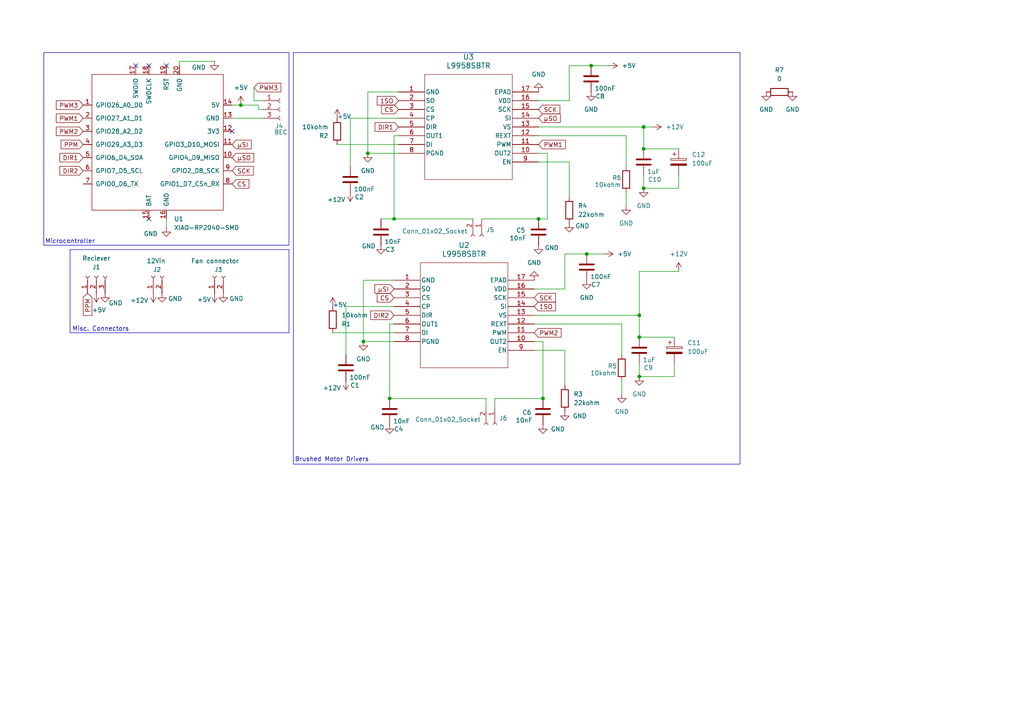
<source format=kicad_sch>
(kicad_sch (version 20250114) (generator "eeschema") (generator_version "9.0")
  (paper "A4")
  (lib_symbols
    (symbol "2024-12-25_01-36-40:L9958SBTR" (pin_names (offset 0.254))
      (property "Reference" "U" (at 20.32 10.16 0))
      (property "Value" "L9958SBTR" (at 20.32 7.62 0))
      (symbol "L9958SBTR_0_1"
        (polyline (pts (xy 7.62 5.08) (xy 7.62 -25.4)) (stroke (width 0.127)))
        (polyline (pts (xy 7.62 -25.4) (xy 33.02 -25.4)) (stroke (width 0.127)))
        (polyline (pts (xy 33.02 5.08) (xy 7.62 5.08)) (stroke (width 0.127)))
        (polyline (pts (xy 33.02 -25.4) (xy 33.02 5.08)) (stroke (width 0.127)))
        (pin power_out line (at 0 0 0) (length 7.62) (name "GND") (number "1"))
        (pin output line (at 0 -2.54 0) (length 7.62) (name "SO") (number "2"))
        (pin unspecified line (at 0 -5.08 0) (length 7.62) (name "CS") (number "3"))
        (pin unspecified line (at 0 -7.62 0) (length 7.62) (name "CP") (number "4"))
        (pin input line (at 0 -10.16 0) (length 7.62) (name "DIR") (number "5"))
        (pin output line (at 0 -12.7 0) (length 7.62) (name "OUT1") (number "6"))
        (pin unspecified line (at 0 -15.24 0) (length 7.62) (name "DI") (number "7"))
        (pin power_out line (at 0 -17.78 0) (length 7.62) (name "PGND") (number "8"))
        (pin power_out line (at 40.64 0 180) (length 7.62) (name "EPAD") (number "17"))
        (pin power_in line (at 40.64 -2.54 180) (length 7.62) (name "VDD") (number "16"))
        (pin unspecified line (at 40.64 -5.08 180) (length 7.62) (name "SCK") (number "15"))
        (pin input line (at 40.64 -7.62 180) (length 7.62) (name "SI") (number "14"))
        (pin power_in line (at 40.64 -10.16 180) (length 7.62) (name "VS") (number "13"))
        (pin unspecified line (at 40.64 -12.7 180) (length 7.62) (name "REXT") (number "12"))
        (pin input line (at 40.64 -15.24 180) (length 7.62) (name "PWM") (number "11"))
        (pin output line (at 40.64 -17.78 180) (length 7.62) (name "OUT2") (number "10"))
        (pin unspecified line (at 40.64 -20.32 180) (length 7.62) (name "EN") (number "9"))
      )
    )
    (symbol "Connector:Conn_01x02_Socket" (pin_names (offset 1.016) (hide yes))
      (property "Reference" "J" (at 0 2.54 0))
      (property "Value" "Conn_01x02_Socket" (at 0 -5.08 0))
      (symbol "Conn_01x02_Socket_1_1"
        (polyline (pts (xy -1.27 0) (xy -0.508 0)) (stroke (width 0.1524)))
        (polyline (pts (xy -1.27 -2.54) (xy -0.508 -2.54)) (stroke (width 0.1524)))
        (arc (start 0 -0.508) (mid -0.5058 0) (end 0 0.508) (stroke (width 0.1524)))
        (arc (start 0 -3.048) (mid -0.5058 -2.54) (end 0 -2.032) (stroke (width 0.1524)))
        (pin passive line (at -5.08 0 0) (length 3.81) (name "Pin_1") (number "1"))
        (pin passive line (at -5.08 -2.54 0) (length 3.81) (name "Pin_2") (number "2"))
      )
    )
    (symbol "Connector:Conn_01x03_Socket" (pin_names (offset 1.016) (hide yes))
      (property "Reference" "J" (at 0 5.08 0))
      (property "Value" "Conn_01x03_Socket" (at 0 -5.08 0))
      (symbol "Conn_01x03_Socket_1_1"
        (polyline (pts (xy -1.27 2.54) (xy -0.508 2.54)) (stroke (width 0.1524)))
        (polyline (pts (xy -1.27 0) (xy -0.508 0)) (stroke (width 0.1524)))
        (polyline (pts (xy -1.27 -2.54) (xy -0.508 -2.54)) (stroke (width 0.1524)))
        (arc (start 0 2.032) (mid -0.5058 2.54) (end 0 3.048) (stroke (width 0.1524)))
        (arc (start 0 -0.508) (mid -0.5058 0) (end 0 0.508) (stroke (width 0.1524)))
        (arc (start 0 -3.048) (mid -0.5058 -2.54) (end 0 -2.032) (stroke (width 0.1524)))
        (pin passive line (at -5.08 2.54 0) (length 3.81) (name "Pin_1") (number "1"))
        (pin passive line (at -5.08 0 0) (length 3.81) (name "Pin_2") (number "2"))
        (pin passive line (at -5.08 -2.54 0) (length 3.81) (name "Pin_3") (number "3"))
      )
    )
    (symbol "Device:C" (pin_numbers (hide yes)) (pin_names (offset 0.254))
      (property "Reference" "C" (at 0.635 2.54 0))
      (property "Value" "C" (at 0.635 -2.54 0))
      (symbol "C_0_1"
        (polyline (pts (xy -2.032 0.762) (xy 2.032 0.762)) (stroke (width 0.508)))
        (polyline (pts (xy -2.032 -0.762) (xy 2.032 -0.762)) (stroke (width 0.508)))
      )
      (symbol "C_1_1"
        (pin passive line (at 0 3.81 270) (length 2.794) (name "~") (number "1"))
        (pin passive line (at 0 -3.81 90) (length 2.794) (name "~") (number "2"))
      )
    )
    (symbol "Device:C_Polarized" (pin_numbers (hide yes)) (pin_names (offset 0.254))
      (property "Reference" "C" (at 0.635 2.54 0))
      (property "Value" "C_Polarized" (at 0.635 -2.54 0))
      (symbol "C_Polarized_0_1"
        (rectangle (start -2.286 0.508) (end 2.286 1.016))
        (polyline (pts (xy -1.778 2.286) (xy -0.762 2.286)))
        (polyline (pts (xy -1.27 2.794) (xy -1.27 1.778)))
        (rectangle (start 2.286 -0.508) (end -2.286 -1.016) (fill (type outline)))
      )
      (symbol "C_Polarized_1_1"
        (pin passive line (at 0 3.81 270) (length 2.794) (name "~") (number "1"))
        (pin passive line (at 0 -3.81 90) (length 2.794) (name "~") (number "2"))
      )
    )
    (symbol "Device:R" (pin_numbers (hide yes)) (pin_names (offset 0))
      (property "Reference" "R" (at 2.032 0 90))
      (property "Value" "R" (at 0 0 90))
      (symbol "R_0_1"
        (rectangle (start -1.016 -2.54) (end 1.016 2.54) (stroke (width 0.254)))
      )
      (symbol "R_1_1"
        (pin passive line (at 0 3.81 270) (length 1.27) (name "~") (number "1"))
        (pin passive line (at 0 -3.81 90) (length 1.27) (name "~") (number "2"))
      )
    )
    (symbol "Seeed_Studio_XIAO_Series:XIAO-RP2040-SMD" (pin_names (offset 1.016))
      (property "Reference" "U" (at -18.542 23.114 0))
      (property "Value" "XIAO-RP2040-SMD" (at -8.382 21.336 0))
      (symbol "XIAO-RP2040-SMD_0_1"
        (rectangle (start 19.05 -19.05) (end -19.05 20.32))
      )
      (symbol "XIAO-RP2040-SMD_1_1"
        (pin passive line (at -21.59 11.43 0) (length 2.54) (name "GPIO26_A0_D0") (number "1"))
        (pin passive line (at -21.59 7.62 0) (length 2.54) (name "GPIO27_A1_D1") (number "2"))
        (pin passive line (at -21.59 3.81 0) (length 2.54) (name "GPIO28_A2_D2") (number "3"))
        (pin passive line (at -21.59 0 0) (length 2.54) (name "GPIO29_A3_D3") (number "4"))
        (pin passive line (at -21.59 -3.81 0) (length 2.54) (name "GPIO6_D4_SDA") (number "5"))
        (pin passive line (at -21.59 -7.62 0) (length 2.54) (name "GPIO7_D5_SCL") (number "6"))
        (pin passive line (at -21.59 -11.43 0) (length 2.54) (name "GPIO0_D6_TX") (number "7"))
        (pin passive line (at -6.35 22.86 270) (length 2.54) (name "SWDIO") (number "17"))
        (pin passive line (at -2.54 22.86 270) (length 2.54) (name "SWDCLK") (number "18"))
        (pin passive line (at -2.54 -21.59 90) (length 2.54) (name "BAT") (number "15"))
        (pin passive line (at 2.54 22.86 270) (length 2.54) (name "RST") (number "19"))
        (pin passive line (at 2.54 -21.59 90) (length 2.54) (name "GND") (number "16"))
        (pin passive line (at 6.35 22.86 270) (length 2.54) (name "GND") (number "20"))
        (pin passive line (at 21.59 11.43 180) (length 2.54) (name "5V") (number "14"))
        (pin passive line (at 21.59 7.62 180) (length 2.54) (name "GND") (number "13"))
        (pin passive line (at 21.59 3.81 180) (length 2.54) (name "3V3") (number "12"))
        (pin passive line (at 21.59 0 180) (length 2.54) (name "GPIO3_D10_MOSI") (number "11"))
        (pin passive line (at 21.59 -3.81 180) (length 2.54) (name "GPIO4_D9_MISO") (number "10"))
        (pin passive line (at 21.59 -7.62 180) (length 2.54) (name "GPIO2_D8_SCK") (number "9"))
        (pin passive line (at 21.59 -11.43 180) (length 2.54) (name "GPIO1_D7_CSn_RX") (number "8"))
      )
    )
    (symbol "power:+12V" (power) (pin_numbers (hide yes)) (pin_names (offset 0) (hide yes))
      (property "Value" "+12V" (at 0 3.556 0))
      (symbol "+12V_0_1"
        (polyline (pts (xy -0.762 1.27) (xy 0 2.54)))
        (polyline (pts (xy 0 2.54) (xy 0.762 1.27)))
        (polyline (pts (xy 0 0) (xy 0 2.54)))
      )
      (symbol "+12V_1_1"
        (pin power_in line (at 0 0 90) (length 0) (name "~") (number "1"))
      )
    )
    (symbol "power:+5V" (power) (pin_numbers (hide yes)) (pin_names (offset 0) (hide yes))
      (property "Value" "+5V" (at 0 3.556 0))
      (symbol "+5V_0_1"
        (polyline (pts (xy -0.762 1.27) (xy 0 2.54)))
        (polyline (pts (xy 0 2.54) (xy 0.762 1.27)))
        (polyline (pts (xy 0 0) (xy 0 2.54)))
      )
      (symbol "+5V_1_1"
        (pin power_in line (at 0 0 90) (length 0) (name "~") (number "1"))
      )
    )
    (symbol "power:GND" (power) (pin_numbers (hide yes)) (pin_names (offset 0) (hide yes))
      (property "Value" "GND" (at 0 -3.81 0))
      (symbol "GND_0_1"
        (polyline (pts (xy 0 0) (xy 0 -1.27) (xy 1.27 -1.27) (xy 0 -2.54) (xy -1.27 -1.27) (xy 0 -1.27)))
      )
      (symbol "GND_1_1"
        (pin power_in line (at 0 0 270) (length 0) (name "~") (number "1"))
      )
    )
  )
  (rectangle (start 20.32 72.39) (end 83.82 96.52))
  (rectangle (start 85.09 15.24) (end 214.63 134.62))
  (rectangle (start 12.7 15.24) (end 83.82 71.12))
  (text "Misc. Connectors" (at 29.21 95.504 0) (effects (font (size 1.27 1.27))))
  (text "Microcontroller" (at 20.32 70.104 0) (effects (font (size 1.27 1.27))))
  (text "Brushed Motor Drivers\n" (at 96.266 133.35 0) (effects (font (size 1.27 1.27))))
  (junction (at 171.45 19.05))
  (junction (at 114.3 63.5))
  (junction (at 186.69 43.18))
  (junction (at 185.42 109.22))
  (junction (at 186.69 54.61))
  (junction (at 106.68 44.45))
  (junction (at 185.42 91.44))
  (junction (at 170.18 73.66))
  (junction (at 113.03 115.57))
  (junction (at 105.41 99.06))
  (junction (at 186.69 36.83))
  (junction (at 156.21 63.5))
  (junction (at 185.42 97.79))
  (junction (at 69.85 30.48))
  (junction (at 157.48 115.57))
  (no_connect (at 67.31 38.1))
  (no_connect (at 43.18 63.5))
  (no_connect (at 43.18 19.05))
  (no_connect (at 39.37 19.05))
  (no_connect (at 48.26 19.05))
  (wire (pts (xy 156.21 36.83) (xy 186.69 36.83)))
  (wire (pts (xy 74.93 31.75) (xy 76.2 31.75)))
  (wire (pts (xy 105.41 99.06) (xy 114.3 99.06)))
  (wire (pts (xy 115.57 26.67) (xy 106.68 26.67)))
  (wire (pts (xy 163.83 73.66) (xy 170.18 73.66)))
  (wire (pts (xy 165.1 46.99) (xy 165.1 57.15)))
  (wire (pts (xy 157.48 115.57) (xy 143.51 115.57)))
  (wire (pts (xy 113.03 115.57) (xy 140.97 115.57)))
  (wire (pts (xy 52.07 19.05) (xy 52.07 17.78)))
  (wire (pts (xy 186.69 43.18) (xy 196.85 43.18)))
  (wire (pts (xy 158.75 44.45) (xy 158.75 63.5)))
  (wire (pts (xy 186.69 36.83) (xy 186.69 43.18)))
  (wire (pts (xy 185.42 109.22) (xy 185.42 105.41)))
  (wire (pts (xy 171.45 19.05) (xy 176.53 19.05)))
  (wire (pts (xy 74.93 30.48) (xy 69.85 30.48)))
  (wire (pts (xy 180.34 102.87) (xy 180.34 93.98)))
  (wire (pts (xy 195.58 105.41) (xy 195.58 109.22)))
  (wire (pts (xy 196.85 50.8) (xy 196.85 54.61)))
  (wire (pts (xy 114.3 39.37) (xy 114.3 63.5)))
  (wire (pts (xy 156.21 39.37) (xy 181.61 39.37)))
  (wire (pts (xy 114.3 63.5) (xy 137.16 63.5)))
  (wire (pts (xy 113.03 93.98) (xy 113.03 115.57)))
  (wire (pts (xy 143.51 115.57) (xy 143.51 118.11)))
  (wire (pts (xy 156.21 29.21) (xy 165.1 29.21)))
  (wire (pts (xy 115.57 39.37) (xy 114.3 39.37)))
  (wire (pts (xy 185.42 91.44) (xy 185.42 97.79)))
  (wire (pts (xy 195.58 109.22) (xy 185.42 109.22)))
  (wire (pts (xy 170.18 73.66) (xy 175.26 73.66)))
  (wire (pts (xy 181.61 55.88) (xy 181.61 59.69)))
  (wire (pts (xy 73.66 29.21) (xy 76.2 29.21)))
  (wire (pts (xy 114.3 88.9) (xy 100.33 88.9)))
  (wire (pts (xy 157.48 99.06) (xy 157.48 115.57)))
  (wire (pts (xy 154.94 99.06) (xy 157.48 99.06)))
  (wire (pts (xy 74.93 31.75) (xy 74.93 30.48)))
  (wire (pts (xy 114.3 81.28) (xy 105.41 81.28)))
  (wire (pts (xy 67.31 34.29) (xy 76.2 34.29)))
  (wire (pts (xy 156.21 46.99) (xy 165.1 46.99)))
  (wire (pts (xy 154.94 101.6) (xy 163.83 101.6)))
  (wire (pts (xy 158.75 63.5) (xy 156.21 63.5)))
  (wire (pts (xy 100.33 88.9) (xy 100.33 102.87)))
  (wire (pts (xy 115.57 34.29) (xy 101.6 34.29)))
  (wire (pts (xy 106.68 44.45) (xy 115.57 44.45)))
  (wire (pts (xy 196.85 54.61) (xy 186.69 54.61)))
  (wire (pts (xy 96.52 96.52) (xy 114.3 96.52)))
  (wire (pts (xy 110.49 63.5) (xy 114.3 63.5)))
  (wire (pts (xy 97.79 41.91) (xy 115.57 41.91)))
  (wire (pts (xy 114.3 93.98) (xy 113.03 93.98)))
  (wire (pts (xy 140.97 115.57) (xy 140.97 118.11)))
  (wire (pts (xy 180.34 110.49) (xy 180.34 114.3)))
  (wire (pts (xy 185.42 78.74) (xy 196.85 78.74)))
  (wire (pts (xy 106.68 26.67) (xy 106.68 44.45)))
  (wire (pts (xy 185.42 78.74) (xy 185.42 91.44)))
  (wire (pts (xy 156.21 44.45) (xy 158.75 44.45)))
  (wire (pts (xy 139.7 63.5) (xy 156.21 63.5)))
  (wire (pts (xy 154.94 91.44) (xy 185.42 91.44)))
  (wire (pts (xy 165.1 29.21) (xy 165.1 19.05)))
  (wire (pts (xy 189.23 36.83) (xy 186.69 36.83)))
  (wire (pts (xy 181.61 48.26) (xy 181.61 39.37)))
  (wire (pts (xy 67.31 30.48) (xy 69.85 30.48)))
  (wire (pts (xy 185.42 97.79) (xy 195.58 97.79)))
  (wire (pts (xy 105.41 81.28) (xy 105.41 99.06)))
  (wire (pts (xy 48.26 63.5) (xy 48.26 66.04)))
  (wire (pts (xy 73.66 25.4) (xy 73.66 29.21)))
  (wire (pts (xy 154.94 93.98) (xy 180.34 93.98)))
  (wire (pts (xy 154.94 83.82) (xy 163.83 83.82)))
  (wire (pts (xy 52.07 17.78) (xy 62.23 17.78)))
  (wire (pts (xy 101.6 34.29) (xy 101.6 48.26)))
  (wire (pts (xy 186.69 54.61) (xy 186.69 50.8)))
  (wire (pts (xy 165.1 19.05) (xy 171.45 19.05)))
  (wire (pts (xy 163.83 101.6) (xy 163.83 111.76)))
  (wire (pts (xy 163.83 83.82) (xy 163.83 73.66)))
  (global_label "PWM1" (shape input) (at 24.13 34.29 180) (property "Intersheetrefs" "${INTERSHEET_REFS}" (effects (hide yes))))
  (global_label "PWM2" (shape input) (at 24.13 38.1 180) (property "Intersheetrefs" "${INTERSHEET_REFS}" (effects (hide yes))))
  (global_label "SCK" (shape input) (at 67.31 49.53 0) (property "Intersheetrefs" "${INTERSHEET_REFS}" (effects (hide yes))))
  (global_label "DIR1" (shape input) (at 24.13 45.72 180) (property "Intersheetrefs" "${INTERSHEET_REFS}" (effects (hide yes))))
  (global_label "DIR2" (shape input) (at 114.3 91.44 180) (property "Intersheetrefs" "${INTERSHEET_REFS}" (effects (hide yes))))
  (global_label "CS" (shape input) (at 67.31 53.34 0) (property "Intersheetrefs" "${INTERSHEET_REFS}" (effects (hide yes))))
  (global_label "PPM" (shape input) (at 24.13 41.91 180) (property "Intersheetrefs" "${INTERSHEET_REFS}" (effects (hide yes))))
  (global_label "CS" (shape input) (at 115.57 31.75 180) (property "Intersheetrefs" "${INTERSHEET_REFS}" (effects (hide yes))))
  (global_label "PPM" (shape input) (at 25.4 85.09 270) (property "Intersheetrefs" "${INTERSHEET_REFS}" (effects (hide yes))))
  (global_label "DIR1" (shape input) (at 115.57 36.83 180) (property "Intersheetrefs" "${INTERSHEET_REFS}" (effects (hide yes))))
  (global_label "PWM1" (shape input) (at 156.21 41.91 0) (property "Intersheetrefs" "${INTERSHEET_REFS}" (effects (hide yes))))
  (global_label "µSI" (shape input) (at 67.31 41.91 0) (property "Intersheetrefs" "${INTERSHEET_REFS}" (effects (hide yes))))
  (global_label "PWM3" (shape input) (at 24.13 30.48 180) (property "Intersheetrefs" "${INTERSHEET_REFS}" (effects (hide yes))))
  (global_label "SCK" (shape input) (at 156.21 31.75 0) (property "Intersheetrefs" "${INTERSHEET_REFS}" (effects (hide yes))))
  (global_label "SCK" (shape input) (at 154.94 86.36 0) (property "Intersheetrefs" "${INTERSHEET_REFS}" (effects (hide yes))))
  (global_label "µSO" (shape input) (at 156.21 34.29 0) (property "Intersheetrefs" "${INTERSHEET_REFS}" (effects (hide yes))))
  (global_label "CS" (shape input) (at 114.3 86.36 180) (property "Intersheetrefs" "${INTERSHEET_REFS}" (effects (hide yes))))
  (global_label "µSI" (shape input) (at 114.3 83.82 180) (property "Intersheetrefs" "${INTERSHEET_REFS}" (effects (hide yes))))
  (global_label "1SO" (shape input) (at 154.94 88.9 0) (property "Intersheetrefs" "${INTERSHEET_REFS}" (effects (hide yes))))
  (global_label "DIR2" (shape input) (at 24.13 49.53 180) (property "Intersheetrefs" "${INTERSHEET_REFS}" (effects (hide yes))))
  (global_label "PWM3" (shape input) (at 73.66 25.4 0) (property "Intersheetrefs" "${INTERSHEET_REFS}" (effects (hide yes))))
  (global_label "µSO" (shape input) (at 67.31 45.72 0) (property "Intersheetrefs" "${INTERSHEET_REFS}" (effects (hide yes))))
  (global_label "PWM2" (shape input) (at 154.94 96.52 0) (property "Intersheetrefs" "${INTERSHEET_REFS}" (effects (hide yes))))
  (global_label "1SO" (shape input) (at 115.57 29.21 180) (property "Intersheetrefs" "${INTERSHEET_REFS}" (effects (hide yes))))
  (symbol (lib_id "Device:C") (at 186.69 46.99 0) (unit 1)
    (property "Reference" "C10" (at 187.96 52.07 0) (effects (justify left)))
    (property "Value" "1uF" (at 187.706 49.784 0) (effects (justify left)))
    (property "Footprint" "Capacitor_SMD:C_0805_2012Metric_Pad1.18x1.45mm_HandSolder" (effects (hide yes)))
    (property "Description" "Unpolarized capacitor" (effects (hide yes)))
  )
  (symbol (lib_id "power:GND") (at 170.18 81.28 0) (unit 1)
    (property "Reference" "#PWR022" (effects (hide yes)))
    (property "Value" "GND" (at 170.18 86.36 0))
    (property "Description" "Power symbol creates a global label with name \"GND\" , ground" (effects (hide yes)))
  )
  (symbol (lib_id "Connector:Conn_01x02_Socket") (at 143.51 123.19 270) (unit 1)
    (property "Reference" "J6" (at 144.78 121.2849 90) (effects (justify left)))
    (property "Value" "Conn_01x02_Socket" (at 120.396 121.666 90) (effects (justify left)))
    (property "Footprint" "Connector_JST:JST_PH_S2B-PH-K_1x02_P2.00mm_Horizontal" (effects (hide yes)))
    (property "Description" "Generic connector, single row, 01x02, script generated" (effects (hide yes)))
  )
  (symbol (lib_id "Device:C") (at 157.48 119.38 180) (unit 1)
    (property "Reference" "C6" (at 154.178 119.634 0) (effects (justify left)))
    (property "Value" "10nF" (at 154.432 121.92 0) (effects (justify left)))
    (property "Footprint" "Capacitor_SMD:C_0805_2012Metric_Pad1.18x1.45mm_HandSolder" (effects (hide yes)))
    (property "Description" "Unpolarized capacitor" (effects (hide yes)))
  )
  (symbol (lib_id "power:+5V") (at 96.52 88.9 0) (unit 1)
    (property "Reference" "#PWR010" (effects (hide yes)))
    (property "Value" "+5V" (at 98.552 88.392 0))
    (property "Description" "Power symbol creates a global label with name \"+5V\"" (effects (hide yes)))
  )
  (symbol (lib_id "power:GND") (at 171.45 26.67 0) (unit 1)
    (property "Reference" "#PWR023" (effects (hide yes)))
    (property "Value" "GND" (at 171.45 31.75 0))
    (property "Description" "Power symbol creates a global label with name \"GND\" , ground" (effects (hide yes)))
  )
  (symbol (lib_id "Device:C") (at 170.18 77.47 0) (unit 1)
    (property "Reference" "C7" (at 171.45 82.55 0) (effects (justify left)))
    (property "Value" "100nF" (at 171.196 80.264 0) (effects (justify left)))
    (property "Footprint" "Capacitor_SMD:C_0805_2012Metric_Pad1.18x1.45mm_HandSolder" (effects (hide yes)))
    (property "Description" "Unpolarized capacitor" (effects (hide yes)))
  )
  (symbol (lib_id "Seeed_Studio_XIAO_Series:XIAO-RP2040-SMD") (at 45.72 41.91 0) (unit 1)
    (property "Reference" "U1" (at 50.4541 63.5 0) (effects (justify left)))
    (property "Value" "XIAO-RP2040-SMD" (at 50.4541 66.04 0) (effects (justify left)))
    (property "Footprint" "footprints:XIAO-RP2040-SMD" (effects (hide yes)))
  )
  (symbol (lib_id "2024-12-25_01-36-40:L9958SBTR") (at 114.3 81.28 0) (unit 1)
    (property "Reference" "U2" (at 134.62 71.12 0) (effects (font (size 1.524 1.524))))
    (property "Value" "L9958SBTR" (at 134.62 73.66 0) (effects (font (size 1.524 1.524))))
    (property "Footprint" "POWERSO16_STM" (effects (hide yes)))
    (property "Datasheet" "L9958SBTR" (effects (hide yes)))
  )
  (symbol (lib_id "power:GND") (at 64.77 85.09 0) (unit 1)
    (property "Reference" "#PWR08" (effects (hide yes)))
    (property "Value" "GND" (at 68.58 86.614 0))
    (property "Description" "Power symbol creates a global label with name \"GND\" , ground" (effects (hide yes)))
  )
  (symbol (lib_id "Connector:Conn_01x03_Socket") (at 81.28 31.75 0) (unit 1)
    (property "Reference" "J4" (at 79.756 36.576 0) (effects (justify left)))
    (property "Value" "BEC" (at 79.502 38.354 0) (effects (justify left)))
    (property "Footprint" "Connector_PinHeader_2.54mm:PinHeader_1x03_P2.54mm_Vertical" (effects (hide yes)))
    (property "Description" "Generic connector, single row, 01x03, script generated" (effects (hide yes)))
  )
  (symbol (lib_id "power:GND") (at 156.21 71.12 0) (unit 1)
    (property "Reference" "#PWR018" (effects (hide yes)))
    (property "Value" "GND" (at 160.02 71.882 0))
    (property "Description" "Power symbol creates a global label with name \"GND\" , ground" (effects (hide yes)))
  )
  (symbol (lib_id "power:GND") (at 113.03 123.19 0) (unit 1)
    (property "Reference" "#PWR017" (effects (hide yes)))
    (property "Value" "GND" (at 109.474 123.952 0))
    (property "Description" "Power symbol creates a global label with name \"GND\" , ground" (effects (hide yes)))
  )
  (symbol (lib_id "power:GND") (at 185.42 109.22 0) (unit 1)
    (property "Reference" "#PWR028" (effects (hide yes)))
    (property "Value" "GND" (at 185.42 114.3 0))
    (property "Description" "Power symbol creates a global label with name \"GND\" , ground" (effects (hide yes)))
  )
  (symbol (lib_id "power:GND") (at 48.26 66.04 0) (unit 1)
    (property "Reference" "#PWR05" (effects (hide yes)))
    (property "Value" "GND" (at 41.656 67.818 0) (effects (justify left)))
    (property "Description" "Power symbol creates a global label with name \"GND\" , ground" (effects (hide yes)))
  )
  (symbol (lib_id "power:+5V") (at 176.53 19.05 270) (unit 1)
    (property "Reference" "#PWR025" (effects (hide yes)))
    (property "Value" "+5V" (at 180.34 19.0499 90) (effects (justify left)))
    (property "Description" "Power symbol creates a global label with name \"+5V\"" (effects (hide yes)))
  )
  (symbol (lib_id "Device:R") (at 96.52 92.71 0) (mirror x) (unit 1)
    (property "Reference" "R1" (at 99.06 93.9801 0) (effects (justify left)))
    (property "Value" "10kohm" (at 99.06 91.4401 0) (effects (justify left)))
    (property "Footprint" "Resistor_SMD:R_0805_2012Metric_Pad1.20x1.40mm_HandSolder" (effects (hide yes)))
    (property "Description" "Resistor" (effects (hide yes)))
  )
  (symbol (lib_id "power:GND") (at 181.61 59.69 0) (unit 1)
    (property "Reference" "#PWR027" (effects (hide yes)))
    (property "Value" "GND" (at 181.61 64.77 0))
    (property "Description" "Power symbol creates a global label with name \"GND\" , ground" (effects (hide yes)))
  )
  (symbol (lib_id "2024-12-25_01-36-40:L9958SBTR") (at 115.57 26.67 0) (unit 1)
    (property "Reference" "U3" (at 135.89 16.51 0) (effects (font (size 1.524 1.524))))
    (property "Value" "L9958SBTR" (at 135.89 19.05 0) (effects (font (size 1.524 1.524))))
    (property "Footprint" "POWERSO16_STM" (effects (hide yes)))
    (property "Datasheet" "L9958SBTR" (effects (hide yes)))
  )
  (symbol (lib_id "power:GND") (at 156.21 26.67 180) (unit 1)
    (property "Reference" "#PWR032" (effects (hide yes)))
    (property "Value" "GND" (at 156.21 21.59 0))
    (property "Description" "Power symbol creates a global label with name \"GND\" , ground" (effects (hide yes)))
  )
  (symbol (lib_id "Device:C") (at 185.42 101.6 0) (unit 1)
    (property "Reference" "C9" (at 186.69 106.68 0) (effects (justify left)))
    (property "Value" "1uF" (at 186.436 104.394 0) (effects (justify left)))
    (property "Footprint" "Capacitor_SMD:C_0805_2012Metric_Pad1.18x1.45mm_HandSolder" (effects (hide yes)))
    (property "Description" "Unpolarized capacitor" (effects (hide yes)))
  )
  (symbol (lib_id "power:+5V") (at 175.26 73.66 270) (unit 1)
    (property "Reference" "#PWR024" (effects (hide yes)))
    (property "Value" "+5V" (at 179.07 73.6599 90) (effects (justify left)))
    (property "Description" "Power symbol creates a global label with name \"+5V\"" (effects (hide yes)))
  )
  (symbol (lib_id "Device:C_Polarized") (at 195.58 101.6 0) (unit 1)
    (property "Reference" "C11" (at 199.39 99.4409 0) (effects (justify left)))
    (property "Value" "100uF" (at 199.39 101.9809 0) (effects (justify left)))
    (property "Footprint" "footprints:CAP_UCD_4X5P8_NCH" (effects (hide yes)))
    (property "Description" "Polarized capacitor" (effects (hide yes)))
  )
  (symbol (lib_id "power:GND") (at 110.49 71.12 0) (unit 1)
    (property "Reference" "#PWR016" (effects (hide yes)))
    (property "Value" "GND" (at 106.934 71.374 0))
    (property "Description" "Power symbol creates a global label with name \"GND\" , ground" (effects (hide yes)))
  )
  (symbol (lib_id "power:GND") (at 62.23 17.78 0) (unit 1)
    (property "Reference" "#PWR06" (effects (hide yes)))
    (property "Value" "GND" (at 55.626 19.558 0) (effects (justify left)))
    (property "Description" "Power symbol creates a global label with name \"GND\" , ground" (effects (hide yes)))
  )
  (symbol (lib_id "Device:R") (at 163.83 115.57 0) (unit 1)
    (property "Reference" "R3" (at 166.37 114.2999 0) (effects (justify left)))
    (property "Value" "22kohm" (at 166.37 116.8399 0) (effects (justify left)))
    (property "Footprint" "Resistor_SMD:R_0805_2012Metric_Pad1.20x1.40mm_HandSolder" (effects (hide yes)))
    (property "Description" "Resistor" (effects (hide yes)))
  )
  (symbol (lib_id "power:+12V") (at 196.85 78.74 0) (unit 1)
    (property "Reference" "#PWR031" (effects (hide yes)))
    (property "Value" "+12V" (at 196.85 73.66 0))
    (property "Description" "Power symbol creates a global label with name \"+12V\"" (effects (hide yes)))
  )
  (symbol (lib_id "power:GND") (at 46.99 85.09 0) (unit 1)
    (property "Reference" "#PWR04" (effects (hide yes)))
    (property "Value" "GND" (at 50.8 86.614 0))
    (property "Description" "Power symbol creates a global label with name \"GND\" , ground" (effects (hide yes)))
  )
  (symbol (lib_id "power:+12V") (at 101.6 55.88 180) (unit 1)
    (property "Reference" "#PWR013" (effects (hide yes)))
    (property "Value" "+12V" (at 97.536 57.912 0))
    (property "Description" "Power symbol creates a global label with name \"+12V\"" (effects (hide yes)))
  )
  (symbol (lib_id "Connector:Conn_01x02_Socket") (at 44.45 80.01 90) (unit 1)
    (property "Reference" "J2" (at 46.736 78.232 90) (effects (justify left)))
    (property "Value" "12Vin" (at 48.006 75.692 90) (effects (justify left)))
    (property "Footprint" "library:2_Wire" (effects (hide yes)))
    (property "Description" "Generic connector, single row, 01x02, script generated" (effects (hide yes)))
  )
  (symbol (lib_id "power:+5V") (at 27.94 85.09 180) (unit 1)
    (property "Reference" "#PWR01" (effects (hide yes)))
    (property "Value" "+5V" (at 28.702 89.916 0))
    (property "Description" "Power symbol creates a global label with name \"+5V\"" (effects (hide yes)))
  )
  (symbol (lib_id "power:+5V") (at 97.79 34.29 0) (unit 1)
    (property "Reference" "#PWR011" (effects (hide yes)))
    (property "Value" "+5V" (at 99.822 33.782 0))
    (property "Description" "Power symbol creates a global label with name \"+5V\"" (effects (hide yes)))
  )
  (symbol (lib_id "power:GND") (at 163.83 119.38 0) (unit 1)
    (property "Reference" "#PWR020" (effects (hide yes)))
    (property "Value" "GND" (at 168.148 120.65 0))
    (property "Description" "Power symbol creates a global label with name \"GND\" , ground" (effects (hide yes)))
  )
  (symbol (lib_id "Device:C") (at 171.45 22.86 0) (unit 1)
    (property "Reference" "C8" (at 172.72 27.94 0) (effects (justify left)))
    (property "Value" "100nF" (at 172.466 25.654 0) (effects (justify left)))
    (property "Footprint" "Capacitor_SMD:C_0805_2012Metric_Pad1.18x1.45mm_HandSolder" (effects (hide yes)))
    (property "Description" "Unpolarized capacitor" (effects (hide yes)))
  )
  (symbol (lib_id "Device:R") (at 97.79 38.1 180) (unit 1)
    (property "Reference" "R2" (at 95.25 39.3701 0) (effects (justify left)))
    (property "Value" "10kohm" (at 95.25 36.8301 0) (effects (justify left)))
    (property "Footprint" "Resistor_SMD:R_0805_2012Metric_Pad1.20x1.40mm_HandSolder" (effects (hide yes)))
    (property "Description" "Resistor" (effects (hide yes)))
  )
  (symbol (lib_id "power:GND") (at 229.87 26.67 0) (unit 1)
    (property "Reference" "#PWR035" (effects (hide yes)))
    (property "Value" "GND" (at 229.87 31.75 0))
    (property "Description" "Power symbol creates a global label with name \"GND\" , ground" (effects (hide yes)))
  )
  (symbol (lib_id "power:GND") (at 30.48 85.09 0) (unit 1)
    (property "Reference" "#PWR02" (effects (hide yes)))
    (property "Value" "GND" (at 33.528 87.884 0))
    (property "Description" "Power symbol creates a global label with name \"GND\" , ground" (effects (hide yes)))
  )
  (symbol (lib_id "Device:R") (at 226.06 26.67 90) (unit 1)
    (property "Reference" "R7" (at 226.06 20.32 90))
    (property "Value" "0" (at 226.06 22.86 90))
    (property "Footprint" "Resistor_THT:R_Axial_DIN0204_L3.6mm_D1.6mm_P5.08mm_Vertical" (effects (hide yes)))
    (property "Description" "Resistor" (effects (hide yes)))
  )
  (symbol (lib_id "power:GND") (at 105.41 99.06 0) (unit 1)
    (property "Reference" "#PWR014" (effects (hide yes)))
    (property "Value" "GND" (at 105.41 104.14 0))
    (property "Description" "Power symbol creates a global label with name \"GND\" , ground" (effects (hide yes)))
  )
  (symbol (lib_id "power:+12V") (at 189.23 36.83 270) (unit 1)
    (property "Reference" "#PWR030" (effects (hide yes)))
    (property "Value" "+12V" (at 193.04 36.8299 90) (effects (justify left)))
    (property "Description" "Power symbol creates a global label with name \"+12V\"" (effects (hide yes)))
  )
  (symbol (lib_id "power:GND") (at 106.68 44.45 0) (unit 1)
    (property "Reference" "#PWR015" (effects (hide yes)))
    (property "Value" "GND" (at 106.68 49.53 0))
    (property "Description" "Power symbol creates a global label with name \"GND\" , ground" (effects (hide yes)))
  )
  (symbol (lib_id "Device:R") (at 181.61 52.07 0) (unit 1)
    (property "Reference" "R6" (at 177.546 51.562 0) (effects (justify left)))
    (property "Value" "10kohm" (at 172.466 53.594 0) (effects (justify left)))
    (property "Footprint" "Resistor_SMD:R_0805_2012Metric_Pad1.20x1.40mm_HandSolder" (effects (hide yes)))
    (property "Description" "Resistor" (effects (hide yes)))
  )
  (symbol (lib_id "power:+5V") (at 69.85 30.48 0) (unit 1)
    (property "Reference" "#PWR09" (effects (hide yes)))
    (property "Value" "+5V" (at 69.85 25.4 0))
    (property "Description" "Power symbol creates a global label with name \"+5V\"" (effects (hide yes)))
  )
  (symbol (lib_id "Connector:Conn_01x02_Socket") (at 62.23 80.01 90) (unit 1)
    (property "Reference" "J3" (at 64.516 78.232 90) (effects (justify left)))
    (property "Value" "Fan connector" (at 69.342 75.692 90) (effects (justify left)))
    (property "Footprint" "Connector_JST:JST_PH_S2B-PH-K_1x02_P2.00mm_Horizontal" (effects (hide yes)))
    (property "Description" "Generic connector, single row, 01x02, script generated" (effects (hide yes)))
  )
  (symbol (lib_id "power:GND") (at 157.48 123.19 0) (unit 1)
    (property "Reference" "#PWR019" (effects (hide yes)))
    (property "Value" "GND" (at 161.798 124.46 0))
    (property "Description" "Power symbol creates a global label with name \"GND\" , ground" (effects (hide yes)))
  )
  (symbol (lib_id "power:+5V") (at 62.23 85.09 180) (unit 1)
    (property "Reference" "#PWR07" (effects (hide yes)))
    (property "Value" "+5V" (at 59.182 86.868 0))
    (property "Description" "Power symbol creates a global label with name \"+5V\"" (effects (hide yes)))
  )
  (symbol (lib_id "power:+12V") (at 44.45 85.09 180) (unit 1)
    (property "Reference" "#PWR03" (effects (hide yes)))
    (property "Value" "+12V" (at 40.386 87.122 0))
    (property "Description" "Power symbol creates a global label with name \"+12V\"" (effects (hide yes)))
  )
  (symbol (lib_id "Device:C") (at 110.49 67.31 0) (unit 1)
    (property "Reference" "C3" (at 111.76 72.39 0) (effects (justify left)))
    (property "Value" "10nF" (at 111.506 70.104 0) (effects (justify left)))
    (property "Footprint" "Capacitor_SMD:C_0805_2012Metric_Pad1.18x1.45mm_HandSolder" (effects (hide yes)))
    (property "Description" "Unpolarized capacitor" (effects (hide yes)))
  )
  (symbol (lib_id "Device:R") (at 165.1 60.96 0) (unit 1)
    (property "Reference" "R4" (at 167.64 59.6899 0) (effects (justify left)))
    (property "Value" "22kohm" (at 167.64 62.2299 0) (effects (justify left)))
    (property "Footprint" "Resistor_SMD:R_0805_2012Metric_Pad1.20x1.40mm_HandSolder" (effects (hide yes)))
    (property "Description" "Resistor" (effects (hide yes)))
  )
  (symbol (lib_id "Device:C") (at 113.03 119.38 0) (unit 1)
    (property "Reference" "C4" (at 114.3 124.46 0) (effects (justify left)))
    (property "Value" "10nF" (at 114.046 122.174 0) (effects (justify left)))
    (property "Footprint" "Capacitor_SMD:C_0805_2012Metric_Pad1.18x1.45mm_HandSolder" (effects (hide yes)))
    (property "Description" "Unpolarized capacitor" (effects (hide yes)))
  )
  (symbol (lib_id "Connector:Conn_01x02_Socket") (at 139.7 68.58 270) (unit 1)
    (property "Reference" "J5" (at 140.97 66.6749 90) (effects (justify left)))
    (property "Value" "Conn_01x02_Socket" (at 116.586 67.056 90) (effects (justify left)))
    (property "Footprint" "Connector_JST:JST_PH_S2B-PH-K_1x02_P2.00mm_Horizontal" (effects (hide yes)))
    (property "Description" "Generic connector, single row, 01x02, script generated" (effects (hide yes)))
  )
  (symbol (lib_id "Connector:Conn_01x03_Socket") (at 27.94 80.01 90) (unit 1)
    (property "Reference" "J1" (at 27.94 77.47 90))
    (property "Value" "Reciever" (at 27.94 74.93 90))
    (property "Footprint" "Connector_PinHeader_2.54mm:PinHeader_1x03_P2.54mm_Vertical" (effects (hide yes)))
    (property "Description" "Generic connector, single row, 01x03, script generated" (effects (hide yes)))
  )
  (symbol (lib_id "power:GND") (at 186.69 54.61 0) (unit 1)
    (property "Reference" "#PWR029" (effects (hide yes)))
    (property "Value" "GND" (at 186.69 59.69 0))
    (property "Description" "Power symbol creates a global label with name \"GND\" , ground" (effects (hide yes)))
  )
  (symbol (lib_id "Device:C") (at 156.21 67.31 180) (unit 1)
    (property "Reference" "C5" (at 152.4 66.802 0) (effects (justify left)))
    (property "Value" "10nF" (at 152.654 69.088 0) (effects (justify left)))
    (property "Footprint" "Capacitor_SMD:C_0805_2012Metric_Pad1.18x1.45mm_HandSolder" (effects (hide yes)))
    (property "Description" "Unpolarized capacitor" (effects (hide yes)))
  )
  (symbol (lib_id "Device:R") (at 180.34 106.68 0) (unit 1)
    (property "Reference" "R5" (at 176.276 106.172 0) (effects (justify left)))
    (property "Value" "10kohm" (at 171.196 108.204 0) (effects (justify left)))
    (property "Footprint" "Resistor_SMD:R_0805_2012Metric_Pad1.20x1.40mm_HandSolder" (effects (hide yes)))
    (property "Description" "Resistor" (effects (hide yes)))
  )
  (symbol (lib_id "power:GND") (at 180.34 114.3 0) (unit 1)
    (property "Reference" "#PWR026" (effects (hide yes)))
    (property "Value" "GND" (at 180.34 119.38 0))
    (property "Description" "Power symbol creates a global label with name \"GND\" , ground" (effects (hide yes)))
  )
  (symbol (lib_id "Device:C") (at 100.33 106.68 0) (unit 1)
    (property "Reference" "C1" (at 101.6 111.76 0) (effects (justify left)))
    (property "Value" "100nF" (at 101.346 109.474 0) (effects (justify left)))
    (property "Footprint" "Capacitor_SMD:C_0805_2012Metric_Pad1.18x1.45mm_HandSolder" (effects (hide yes)))
    (property "Description" "Unpolarized capacitor" (effects (hide yes)))
  )
  (symbol (lib_id "Device:C_Polarized") (at 196.85 46.99 0) (unit 1)
    (property "Reference" "C12" (at 200.66 44.8309 0) (effects (justify left)))
    (property "Value" "100uF" (at 200.66 47.3709 0) (effects (justify left)))
    (property "Footprint" "footprints:CAP_UCD_4X5P8_NCH" (effects (hide yes)))
    (property "Description" "Polarized capacitor" (effects (hide yes)))
  )
  (symbol (lib_id "power:GND") (at 165.1 64.77 0) (unit 1)
    (property "Reference" "#PWR021" (effects (hide yes)))
    (property "Value" "GND" (at 168.91 65.532 0))
    (property "Description" "Power symbol creates a global label with name \"GND\" , ground" (effects (hide yes)))
  )
  (symbol (lib_id "power:GND") (at 154.94 81.28 180) (unit 1)
    (property "Reference" "#PWR033" (effects (hide yes)))
    (property "Value" "GND" (at 154.94 76.2 0))
    (property "Description" "Power symbol creates a global label with name \"GND\" , ground" (effects (hide yes)))
  )
  (symbol (lib_id "power:+12V") (at 100.33 110.49 180) (unit 1)
    (property "Reference" "#PWR012" (effects (hide yes)))
    (property "Value" "+12V" (at 96.266 112.522 0))
    (property "Description" "Power symbol creates a global label with name \"+12V\"" (effects (hide yes)))
  )
  (symbol (lib_id "Device:C") (at 101.6 52.07 0) (unit 1)
    (property "Reference" "C2" (at 102.87 57.15 0) (effects (justify left)))
    (property "Value" "100nF" (at 102.616 54.864 0) (effects (justify left)))
    (property "Footprint" "Capacitor_SMD:C_0805_2012Metric_Pad1.18x1.45mm_HandSolder" (effects (hide yes)))
    (property "Description" "Unpolarized capacitor" (effects (hide yes)))
  )
  (symbol (lib_id "power:GND") (at 222.25 26.67 0) (unit 1)
    (property "Reference" "#PWR034" (effects (hide yes)))
    (property "Value" "GND" (at 222.25 31.75 0))
    (property "Description" "Power symbol creates a global label with name \"GND\" , ground" (effects (hide yes)))
  )
)
</source>
